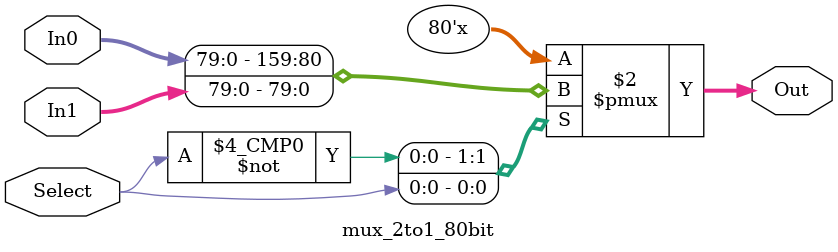
<source format=v>

/* Module *****************************************************************
*
* NAME : mux_2to1_80bit
* 
* DESCRIPTION : 80 Bit, 2 to 1 mux
*
*
* NOTES :
*
*
* REVISION HISTORY :
*	 Date	Programmer  	Description
*	 ----	----------  	-----------
*	4/16/95	Toby Schaffer   created
*
*M*/

/*==== Context =========================================================*/

//`include "/afs/eos/info/ece691f_info/toplevel/defines_h.v"


/*==== Declarations =====================================================*/

module  mux_2to1_80bit 
		(In0,
		In1,
		Select,
		Out
		);

/*---- Inputs -----------------------------------------------------------*/

input 	[79:0]	In0,
				In1;
				
input			Select;


/*---- Outputs ----------------------------------------------------------*/

output 	[79:0]	Out;



/*---- Register ---------------------------------------------------------*/

reg 	[79:0] 	Out;



/*==== Operation ========================================================*/


always @ (In0 or In1 or Select)
	case (Select)
		0:Out = In0;
		1:Out = In1;
		default:Out = 80'bx;
	endcase
		


endmodule //---- mux_2to1_80bit ------------------------------------------------

</source>
